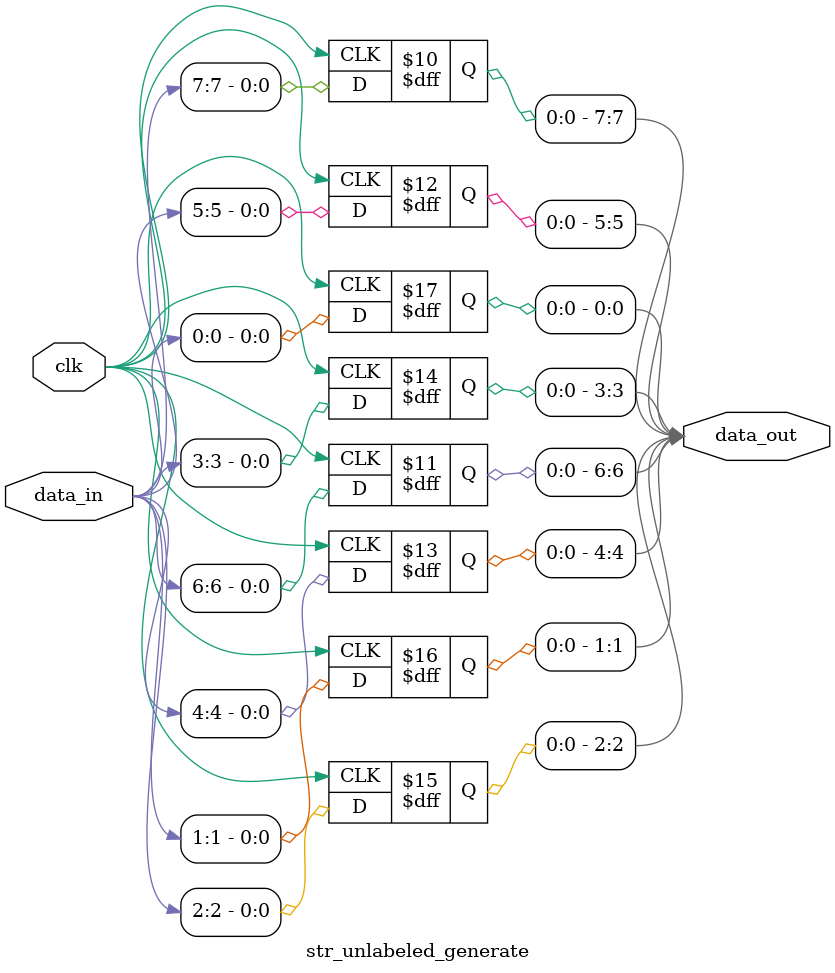
<source format=sv>

module str_unlabeled_generate #(
  parameter WIDTH = 8
)(
  input wire clk,
  input wire [WIDTH-1:0] data_in,
  output logic [WIDTH-1:0] data_out
);
  // Violation: Generate block without label
  generate
    for (genvar i = 0; i < WIDTH; i++) begin  // Should have label after begin
      always_ff @(posedge clk) begin
        data_out[i] <= data_in[i];
      end
    end
  endgenerate
  
  // Correct way:
  // generate
  //   for (genvar i = 0; i < WIDTH; i++) begin : gen_bits
  //     always_ff @(posedge clk) begin
  //       data_out[i] <= data_in[i];
  //     end
  //   end
  // endgenerate
endmodule


</source>
